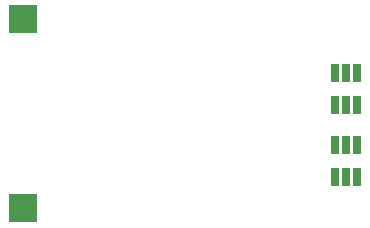
<source format=gtp>
G04 #@! TF.FileFunction,Paste,Top*
%FSLAX46Y46*%
G04 Gerber Fmt 4.6, Leading zero omitted, Abs format (unit mm)*
G04 Created by KiCad (PCBNEW 4.0.5+dfsg1-4) date Sun Nov 25 11:48:41 2018*
%MOMM*%
%LPD*%
G01*
G04 APERTURE LIST*
%ADD10C,0.100000*%
%ADD11R,2.390000X2.390000*%
%ADD12R,0.650000X1.560000*%
G04 APERTURE END LIST*
D10*
D11*
X127600000Y-113000000D03*
X127600000Y-97000000D03*
D12*
X153990000Y-104220000D03*
X154940000Y-104220000D03*
X155890000Y-104220000D03*
X155890000Y-101520000D03*
X153990000Y-101520000D03*
X154940000Y-101520000D03*
X155890000Y-107616000D03*
X154940000Y-107616000D03*
X153990000Y-107616000D03*
X153990000Y-110316000D03*
X155890000Y-110316000D03*
X154940000Y-110316000D03*
M02*

</source>
